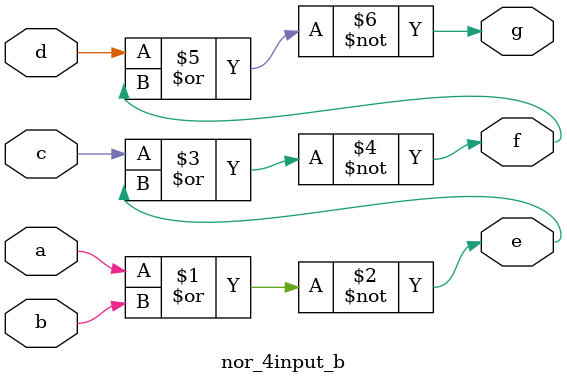
<source format=v>
`timescale 1ns / 1ps

module nor_4input_b(
    input a, b, c, d,
    output e, f, g
    );
    assign e = ~(a | b);
    assign f = ~(c | e);
    assign g = ~(d | f);
endmodule
</source>
